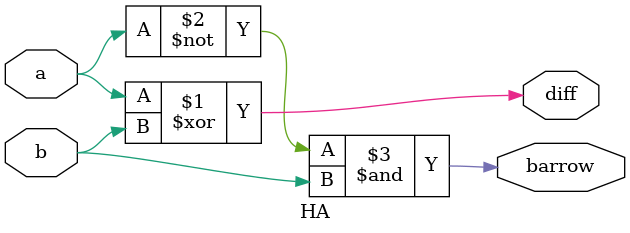
<source format=v>
module HA(a,b,diff,barrow);
  input a,b;
  output diff,barrow;
  
  assign diff=a^b;   //or assign sum=(~a&b)|(a&~b);
  assign barrow=~a&b;  
  
endmodule

</source>
